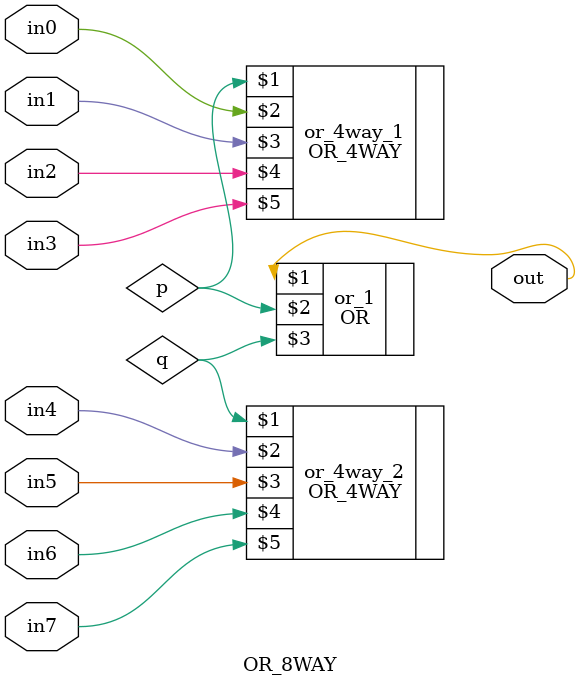
<source format=v>
module OR_8WAY(out,in0,in1,in2,in3,in4,in5,in6,in7);
output out;
input in0,in1,in2,in3,in4,in5,in6,in7;
wire p,q;
OR_4WAY or_4way_1(p,in0,in1,in2,in3);
OR_4WAY or_4way_2(q,in4,in5,in6,in7);
OR or_1(out,p,q);
endmodule

</source>
